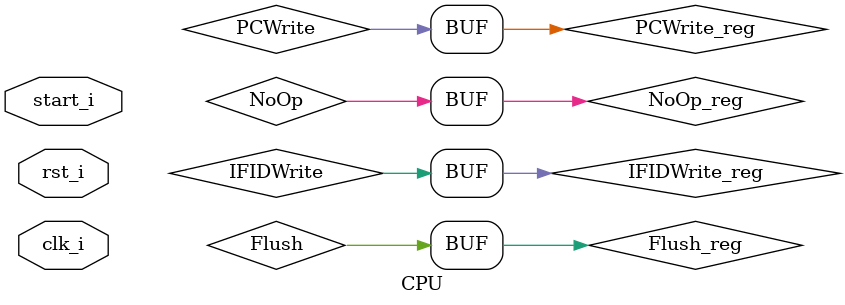
<source format=v>
module CPU(clk_i, start_i, rst_i);

    input clk_i;
    input start_i;
    input rst_i;

    /*各state的宣告*/
    //IF state
    wire [31:0] instr_addr;
    wire [31:0] instr;
    wire [31:0] next_pc;

    //ID state
    wire [31:0] IFID_RS1data;
    wire [31:0] IFID_RS2data;
    wire [31:0] imm;
    wire [31:0] IFID_instr;
    wire [31:0] IFID_instr_addr;
    wire Branch, RegWrite, MemtoReg, MemRead, MemWrite, ALUSrc;
    wire [1:0] ALUOp;
    wire Equal_result;
    wire Flush, PCWrite, IFIDWrite, NoOp;

    reg Flush_reg = 1'b0;
    reg PCWrite_reg = 1'b1;
    reg IFIDWrite_reg = 1'b1;
    reg NoOp_reg = 1'b0;

    always@(Flush)begin
        Flush_reg <= Flush;
    end

    always@(PCWrite)begin
        PCWrite_reg <= PCWrite;
    end

    always@(IFIDWrite)begin
        IFIDWrite_reg <= IFIDWrite;
    end

    always@(NoOp)begin
        NoOp_reg <= NoOp;
    end
        
    //EX state
    wire IDEX_RegWrite, IDEX_MemtoReg, IDEX_MemRead, IDEX_MemWrite, IDEX_ALUSrc;
    wire [1:0] IDEX_ALUOp;
    wire [31:0] IDEX_RS1data; 
    wire [31:0] IDEX_RS2data;
    wire [31:0] IDEX_imm;
    wire [9:0] IDEX_funct;
    wire [4:0] IDEX_RS1addr;
    wire [4:0] IDEX_RS2addr;
    wire [4:0] IDEX_RDaddr;
    wire [31:0] RS2_MUX_data;
    wire [1:0] ForwardA, ForwardB;
    wire [3:0] ALUCtrl;
    wire [31:0] ALU_data1, ALU_data2, ALU_result;
    
    //MEM state
    wire EXMEM_RegWrite, EXMEM_MemtoReg, EXMEM_MemRead, EXMEM_MemWrite;
    wire [31:0] Memory_data;
    wire [31:0] EXMEM_ALU_result;
    wire [4:0] EXMEM_RDaddr;
    wire [31:0] DatatoMemory;
    
    //WB state
    wire MEMWB_RegWrite, MEMWB_MemtoReg;
    wire [31:0] MEMWB_ALU_result;
    wire [31:0] MEMWB_Memory_data;
    wire [31:0] MEMWB_RDdata;
    wire [4:0] MEMWB_RDaddr;

    /*各state使用的模組*/
    //IF
    PC PC
    (
        .clk_i (clk_i),
        .rst_i (rst_i),
        .start_i (start_i),
        .PCWrite_i (PCWrite_reg),
        .pc_i (PC_MUX.data_o),
        .pc_o (instr_addr)
    );

    Adder PC_Adder
    (
        .data1_i (instr_addr),
        .data2_i (32'd4),
        .data_o (next_pc)
    );

    MUX PC_MUX
    (
        .data1_i (next_pc),
        .data2_i (branch_Adder.data_o),
        .select_i (Flush_reg),
        .data_o (PC.pc_i)
    );

    Instruction_Memory Instruction_Memory
    (
        .addr_i (instr_addr),
        .instr_o (instr)
    );

    //ID
    Registers Registers
    (
        .clk_i (clk_i),
        .RS1addr_i (IFID_instr[19:15]),
        .RS2addr_i (IFID_instr[24:20]),
        .RDaddr_i (MEMWB_RDaddr),
        .RDdata_i (MEMWB_RDdata),
        .RegWrite_i (MEMWB_RegWrite),
        .RS1data_o (IFID_RS1data),
        .RS2data_o (IFID_RS2data)
    );

    Adder branch_Adder
    (
        .data1_i (Shift.data_o),
        .data2_i (IFID_instr_addr),
        .data_o (PC_MUX.data2_i)
    );

    Sign_Extend Sign_Extend
    (
        .data_i (IFID_instr[31:0]),
        .constant_o (imm)
    );

    Shift Shift
    (
        .data_i (imm),
        .data_o (branch_Adder.data1_i)
    );

    Equal Equal
    (
        .data1_i (IFID_RS1data),
        .data2_i (IFID_RS2data),
        .result_o (Equal_result)
    );

    AndGate AndGate
    (
        .data1_i (Branch),
        .data2_i (Equal_result),
        .flush_o (Flush)
    );

    Control Control
    (
        .Op_i (IFID_instr[6:0]),
        .NoOp_i (NoOp_reg),
        .RegWrite_o (RegWrite),
        .MemtoReg_o (MemtoReg),
        .MemRead_o (MemRead),
        .MemWrite_o (MemWrite),
        .ALUOp_o (ALUOp),
        .ALUSrc_o (ALUSrc),
        .Branch_o (Branch)
    );

    Hazard_Detection Hazard_Detection
    (
        .IFID_RS1addr_i (IFID_instr[19:15]),
        .IFID_RS2addr_i (IFID_instr[24:20]),
        .IDEX_MemRead_i (IDEX_MemRead),
        .IDEX_RDaddr_i (IDEX_RDaddr),
        .PCWrite_o (PCWrite),
        .IFIDWrite_o (IFIDWrite),
        .NoOp_o (NoOp)
    );

    //EX
    Forward Forward
    (
        .IDEX_RS1addr_i (IDEX_RS1addr),
        .IDEX_RS2addr_i (IDEX_RS2addr),
        .EXMEM_RDaddr_i (EXMEM_RDaddr),
        .EXMEM_RegWrite_i (EXMEM_RegWrite),
        .MEMWB_RDaddr_i (MEMWB_RDaddr),
        .MEMWB_RegWrite_i (MEMWB_RegWrite),
        .ForwardA_o (ForwardA),
        .ForwardB_o (ForwardB)
    );

    MUX_3to1 RS1_MUX
    (
        .Forward_i (ForwardA),
        .data1_i (IDEX_RS1data),
        .data2_i (MEMWB_RDdata),
        .data3_i (EXMEM_ALU_result),
        .data_o (ALU_data1)
    );

    MUX_3to1 RS2_MUX
    (
        .Forward_i (ForwardB),
        .data1_i (IDEX_RS2data),
        .data2_i (MEMWB_RDdata),
        .data3_i (EXMEM_ALU_result),
        .data_o (RS2_MUX_data)
    );

    MUX ALUSrc_MUX
    (
        .data1_i (RS2_MUX_data),
        .data2_i (IDEX_imm),
        .select_i (IDEX_ALUSrc),
        .data_o (ALU_data2)
    );

    ALU_Control ALU_Control
    (
        .funct_i (IDEX_funct),
        .ALUOp_i (IDEX_ALUOp),
        .ALUCtrl_o (ALUCtrl)
    );

    ALU ALU
    (
        .data1_i (ALU_data1),
        .data2_i (ALU_data2),
        .ALUCtrl_i (ALUCtrl),
        .ALU_result_o (ALU_result)
    );

    //MEM
    Data_Memory Data_Memory
    (
        .clk_i (clk_i),
        .addr_i (EXMEM_ALU_result),
        .MemRead_i (EXMEM_MemRead),
        .MemWrite_i (EXMEM_MemWrite),
        .data_i (DatatoMemory),
        .data_o (Memory_data)
    );

    //WB
    MUX MemtoReg_MUX
    (
        .data1_i (MEMWB_ALU_result),
        .data2_i (MEMWB_Memory_data),
        .select_i (MEMWB_MemtoReg),
        .data_o (MEMWB_RDdata)
    );

    //pipeline registers
    IFID IFID
    (
        .clk_i (clk_i),
        .rst_i (rst_i),
        .instr_addr_i (instr_addr),
        .instr_i (instr),
        .Write_i (IFIDWrite_reg),
        .flush_i (Flush_reg),
        .instr_addr_o (IFID_instr_addr),
        .instr_o (IFID_instr)
    );
    
    IDEX IDEX
    (
        .clk_i (clk_i),
        .rst_i (rst_i),
        .RegWrite_i (RegWrite),
        .MemtoReg_i (MemtoReg),
        .MemRead_i (MemRead),
        .MemWrite_i (MemWrite),
        .ALUOp_i (ALUOp),
        .ALUSrc_i (ALUSrc),
        .RS1data_i (IFID_RS1data),
        .RS2data_i (IFID_RS2data),
        .constant_i (imm),
        .funct_i ({IFID_instr[31:25],IFID_instr[14:12]}),
        .RS1addr_i (IFID_instr[19:15]),
        .RS2addr_i (IFID_instr[24:20]),
        .RDaddr_i (IFID_instr[11:7]),
        .RegWrite_o (IDEX_RegWrite),
        .MemtoReg_o (IDEX_MemtoReg),
        .MemRead_o (IDEX_MemRead),
        .MemWrite_o (IDEX_MemWrite),
        .ALUOp_o (IDEX_ALUOp),
        .ALUSrc_o (IDEX_ALUSrc),
        .RS1data_o (IDEX_RS1data),
        .RS2data_o (IDEX_RS2data),
        .constant_o (IDEX_imm),
        .funct_o (IDEX_funct),
        .RS1addr_o (IDEX_RS1addr),
        .RS2addr_o (IDEX_RS2addr),
        .RDaddr_o (IDEX_RDaddr)
    );

    EXMEM EXMEM
    (
        .clk_i (clk_i),
        .rst_i (rst_i),
        .RegWrite_i (IDEX_RegWrite),
        .MemtoReg_i (IDEX_MemtoReg),
        .MemRead_i (IDEX_MemRead),
        .MemWrite_i (IDEX_MemWrite),
        .ALU_result_i (ALU_result),
        .DatatoMem_i (RS2_MUX_data),
        .RDaddr_i (IDEX_RDaddr),
        .RegWrite_o (EXMEM_RegWrite),
        .MemtoReg_o (EXMEM_MemtoReg),
        .MemRead_o (EXMEM_MemRead),
        .MemWrite_o (EXMEM_MemWrite),
        .ALU_result_o (EXMEM_ALU_result),
        .DatatoMem_o (DatatoMemory),
        .RDaddr_o (EXMEM_RDaddr)
    );

    MEMWB MEMWB
    (
        .clk_i (clk_i),
        .rst_i (rst_i),
        .RegWrite_i (EXMEM_RegWrite),
        .MemtoReg_i (EXMEM_MemtoReg),
        .ALU_result_i (EXMEM_ALU_result),
        .Memory_data_i (Memory_data),
        .RDaddr_i (EXMEM_RDaddr),
        .RegWrite_o (MEMWB_RegWrite),
        .MemtoReg_o (MEMWB_MemtoReg),
        .ALU_result_o (MEMWB_ALU_result),
        .Memory_data_o (MEMWB_Memory_data),
        .RDaddr_o (MEMWB_RDaddr)
    );
endmodule
</source>
